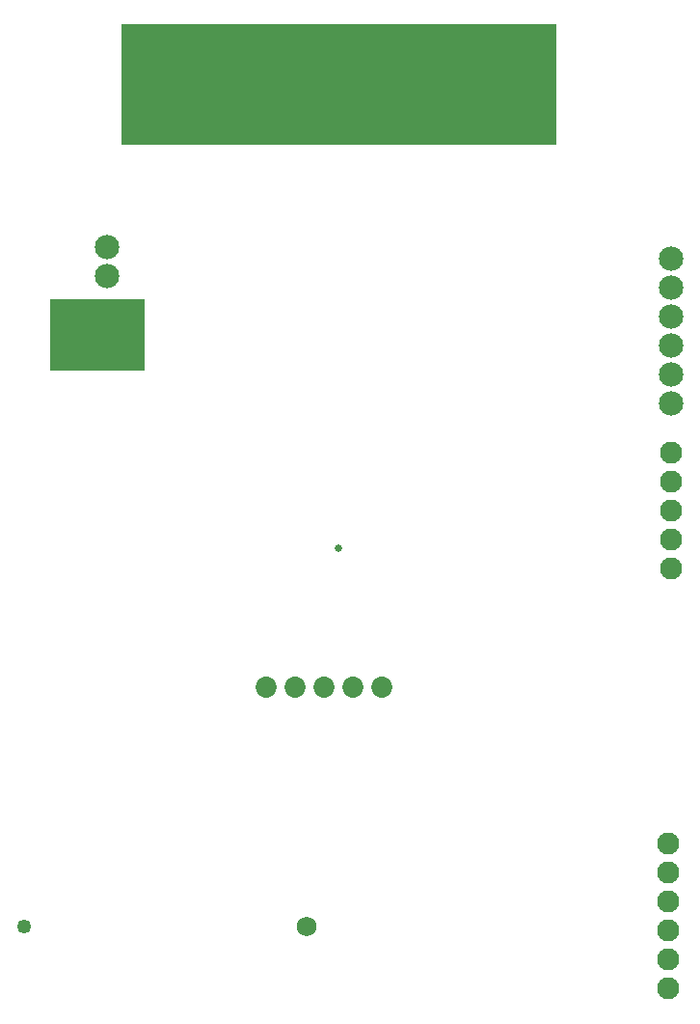
<source format=gbr>
G04 start of page 8 for group -4062 idx -4062 *
G04 Title: (unknown), soldermask *
G04 Creator: pcb 1.99z *
G04 CreationDate: Sun 23 Jun 2013 09:16:34 AM GMT UTC *
G04 For: p *
G04 Format: Gerber/RS-274X *
G04 PCB-Dimensions (mil): 6000.00 5000.00 *
G04 PCB-Coordinate-Origin: lower left *
%MOIN*%
%FSLAX25Y25*%
%LNBOTTOMMASK*%
%ADD93R,0.1037X0.1037*%
%ADD92R,0.2478X0.2478*%
%ADD91C,0.0257*%
%ADD90C,0.0493*%
%ADD89C,0.0690*%
%ADD88C,0.0729*%
%ADD87C,0.0001*%
%ADD86C,0.0847*%
%ADD85C,0.0769*%
G54D85*X417508Y349804D03*
Y339804D03*
Y329804D03*
Y319804D03*
Y309804D03*
X416508Y214898D03*
Y204898D03*
Y194898D03*
Y184898D03*
Y174898D03*
Y164898D03*
G54D86*X417508Y416898D03*
Y406898D03*
Y396898D03*
Y386898D03*
Y376898D03*
Y366898D03*
X222456Y420980D03*
Y410980D03*
G54D87*G36*
X211863Y401832D02*Y395232D01*
X218463D01*
Y401832D01*
X211863D01*
G37*
G36*
X219737D02*Y395232D01*
X226337D01*
Y401832D01*
X219737D01*
G37*
G36*
Y393958D02*Y387358D01*
X226337D01*
Y393958D01*
X219737D01*
G37*
G36*
X211863D02*Y387358D01*
X218463D01*
Y393958D01*
X211863D01*
G37*
G36*
X219737Y386084D02*Y379484D01*
X226337D01*
Y386084D01*
X219737D01*
G37*
G36*
X211863D02*Y379484D01*
X218463D01*
Y386084D01*
X211863D01*
G37*
G36*
X227611Y401832D02*Y395232D01*
X234211D01*
Y401832D01*
X227611D01*
G37*
G36*
Y393958D02*Y387358D01*
X234211D01*
Y393958D01*
X227611D01*
G37*
G36*
Y386084D02*Y379484D01*
X234211D01*
Y386084D01*
X227611D01*
G37*
G54D88*X277372Y269068D03*
X287372D03*
G54D89*X291331Y186155D03*
G54D88*X297372Y269068D03*
X307372D03*
X317372D03*
G54D90*X193694Y186155D03*
G54D91*X302500Y317000D03*
G54D92*X215163Y390658D02*X223037D01*
G54D93*X302500Y492748D02*Y461493D01*
X312500Y492748D02*Y461493D01*
X322500Y492748D02*Y461493D01*
X332500Y492748D02*Y461493D01*
X342500Y492748D02*Y461493D01*
X352500Y492748D02*Y461493D01*
X362500Y492748D02*Y461493D01*
X372500Y492748D02*Y461493D01*
X262500Y492748D02*Y461493D01*
X272500Y492748D02*Y461493D01*
X232500Y492748D02*Y461493D01*
X242500Y492748D02*Y461493D01*
X252500Y492748D02*Y461493D01*
X282500Y492748D02*Y461493D01*
X292500Y492748D02*Y461493D01*
M02*

</source>
